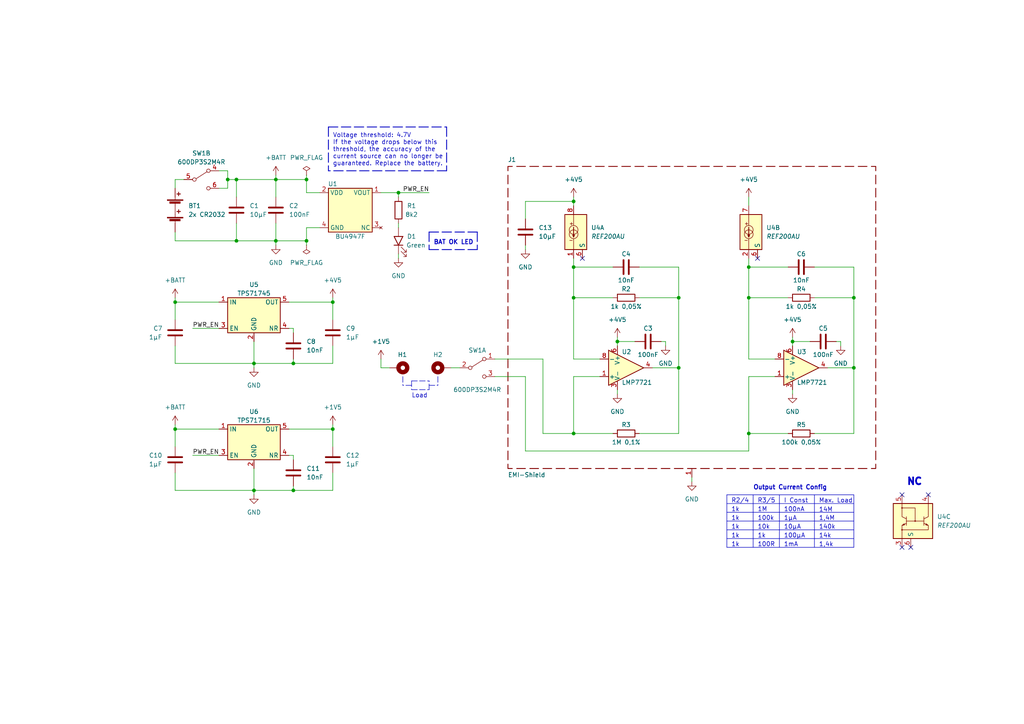
<source format=kicad_sch>
(kicad_sch (version 20250114) (generator "eeschema") (generator_version "9.0")
  (paper "A4")
  (title_block (title "Precision Current Source") (date "2021-11-10") (rev "A") (company "Drawn by: T.Netzer") (comment 2 "Battery voltage monitoring with LED indicator") (comment 3 "Two configurable constant currents") (comment 4 "- Precision constant current source -"))
  (lib_symbols
    (symbol "EMI_Shield_1" (pin_names (offset 1.016) (hide yes))
      (property "Reference" "J" (at 1.27 90.17 0))
      (property "Value" "EMI_Shield_1" (at 7.62 90.17 0))
      (symbol "EMI_Shield_1_1_1"
        (pin passive line (at 53.34 -2.54 90) (length 2.54) (name "Shield") (number "1"))
      )
    )
    (symbol "PrecisionCurrentSource:+4V5" (power) (pin_names (offset 0))
      (property "Value" "+4V5" (at 0 3.556 0))
      (symbol "+4V5_1_1"
        (pin power_in line (at 0 0 90) (length 0) (hide yes) (name "+4V5") (number "1"))
      )
    )
    (symbol "PrecisionCurrentSource:600DP3S2M4R" (pin_names (offset 0) (hide yes))
      (property "Reference" "SW" (at 0 4.318 0))
      (property "Value" "600DP3S2M4R" (at 0 -5.08 0))
      (symbol "600DP3S2M4R_1_1"
        (pin passive line (at -5.08 0 0) (length 2.54) (name "B") (number "2"))
        (pin passive line (at 5.08 2.54 180) (length 2.54) (name "A") (number "1"))
        (pin passive line (at 5.08 -2.54 180) (length 2.54) (name "C") (number "3"))
      )
      (symbol "600DP3S2M4R_2_1"
        (pin passive line (at -5.08 0 0) (length 2.54) (name "B") (number "5"))
        (pin passive line (at 5.08 2.54 180) (length 2.54) (name "A") (number "4"))
        (pin passive line (at 5.08 -2.54 180) (length 2.54) (name "C") (number "6"))
      )
    )
    (symbol "PrecisionCurrentSource:BU4947F"
      (property "Reference" "U" (at 1.27 13.97 0))
      (property "Value" "BU4947F" (at 3.81 -1.27 0))
      (symbol "BU4947F_0_0"
        (pin power_in line (at -2.54 11.43 0) (length 2.54) (name "VDD") (number "2"))
        (pin power_in line (at -2.54 1.27 0) (length 2.54) (name "GND") (number "4"))
        (pin output line (at 15.24 11.43 180) (length 2.54) (name "VOUT") (number "1"))
        (pin no_connect line (at 15.24 1.27 180) (length 2.54) (name "NC") (number "3"))
      )
    )
    (symbol "PrecisionCurrentSource:Battery_Holder_1062" (pin_numbers (hide yes)) (pin_names (offset 0) (hide yes))
      (property "Reference" "BT" (at 2.54 2.54 0))
      (property "Value" "Battery_Holder_1062" (at 2.54 0 0))
      (symbol "Battery_Holder_1062_1_1"
        (pin passive line (at 0 10.16 270) (length 2.54) (name "+") (number "1"))
        (pin passive line (at 0 -2.54 90) (length 2.54) (name "-") (number "2"))
      )
    )
    (symbol "PrecisionCurrentSource:Capacitor_0402" (pin_numbers (hide yes)) (pin_names (hide yes))
      (property "Reference" "C" (at 3.81 1.27 0))
      (property "Value" "Capacitor_0402" (at 10.16 -2.54 0))
      (symbol "Capacitor_0402_1_1"
        (pin passive line (at 0 3.81 270) (length 2.794) (name "~") (number "1"))
        (pin passive line (at 0 -3.81 90) (length 2.794) (name "~") (number "2"))
      )
    )
    (symbol "PrecisionCurrentSource:Capacitor_0603" (pin_numbers (hide yes)) (pin_names (hide yes))
      (property "Reference" "C" (at 3.81 1.27 0))
      (property "Value" "Capacitor_0603" (at 10.16 -2.54 0))
      (symbol "Capacitor_0603_1_1"
        (pin passive line (at 0 3.81 270) (length 2.794) (name "~") (number "1"))
        (pin passive line (at 0 -3.81 90) (length 2.794) (name "~") (number "2"))
      )
    )
    (symbol "PrecisionCurrentSource:LED_0402" (pin_numbers (hide yes)) (pin_names (offset 1.016) (hide yes))
      (property "Reference" "D" (at 0 2.54 0))
      (property "Value" "LED_0402" (at 2.54 -2.54 0))
      (symbol "LED_0402_1_1"
        (pin passive line (at -3.81 0 0) (length 2.54) (name "K") (number "1"))
        (pin passive line (at 3.81 0 180) (length 2.54) (name "A") (number "2"))
      )
    )
    (symbol "PrecisionCurrentSource:LMP7721" (pin_names (offset 0.127))
      (property "Reference" "U" (at 0 3.81 0))
      (property "Value" "LMP7721" (at 0 -3.81 0))
      (symbol "LMP7721_1_1"
        (pin input line (at -7.62 2.54 0) (length 2.54) (name "-") (number "8"))
        (pin input line (at -7.62 -2.54 0) (length 2.54) (name "+") (number "1"))
        (pin power_in line (at -2.54 6.35 270) (length 2.54) (name "V+") (number "6"))
        (pin power_in line (at -2.54 -6.35 90) (length 2.54) (name "V-") (number "3"))
        (pin output line (at 7.62 0 180) (length 2.54) (name "~") (number "4"))
        (pin no_connect line (at 11.43 10.16 0) (length 2.54) (hide yes) (name "NC") (number "5"))
        (pin no_connect line (at 11.43 7.62 0) (length 2.54) (hide yes) (name "NC") (number "2"))
        (pin no_connect line (at 11.43 5.08 0) (length 2.54) (hide yes) (name "NC") (number "7"))
      )
    )
    (symbol "PrecisionCurrentSource:MountingHole" (pin_numbers (hide yes)) (pin_names (offset 1.016) (hide yes))
      (property "Reference" "H" (at 0 6.35 0))
      (property "Value" "MountingHole" (at 0 4.445 0))
      (symbol "MountingHole_1_1"
        (pin input line (at 0 -2.54 90) (length 2.54) (name "1") (number "1"))
      )
    )
    (symbol "PrecisionCurrentSource:REF200AU"
      (property "Reference" "U" (at -3.175 4.445 0))
      (property "Value" "REF200AU" (at -3.175 2.54 0))
      (symbol "REF200AU_0_1"
        (pin passive line (at 2.54 -7.62 90) (length 2.54) (name "S") (number "6"))
      )
      (symbol "REF200AU_1_1"
        (pin passive line (at 0 7.62 270) (length 2.54) (name "~") (number "8"))
        (pin passive line (at 0 -7.62 90) (length 2.54) (name "~") (number "1"))
      )
      (symbol "REF200AU_2_1"
        (pin passive line (at 0 7.62 270) (length 2.54) (name "~") (number "7"))
        (pin passive line (at 0 -7.62 90) (length 2.54) (name "~") (number "2"))
      )
      (symbol "REF200AU_3_1"
        (pin passive line (at 0 7.62 270) (length 2.54) (name "~") (number "5"))
        (pin passive line (at 0 -7.62 90) (length 2.54) (name "~") (number "3"))
        (pin passive line (at 7.62 7.62 270) (length 2.54) (name "~") (number "4"))
      )
    )
    (symbol "PrecisionCurrentSource:Resistor_0402" (pin_numbers (hide yes)) (pin_names (offset 0) (hide yes))
      (property "Reference" "R" (at 2.54 0 0))
      (property "Value" "Resistor_0402" (at 8.89 -2.54 0))
      (symbol "Resistor_0402_1_1"
        (pin passive line (at 0 3.81 270) (length 1.27) (name "~") (number "1"))
        (pin passive line (at 0 -3.81 90) (length 1.27) (name "~") (number "2"))
      )
    )
    (symbol "PrecisionCurrentSource:TPS71715"
      (property "Reference" "U" (at 1.27 11.43 0))
      (property "Value" "TPS71715" (at 13.97 -2.54 0))
      (symbol "TPS71715_0_0"
        (pin power_in line (at -2.54 8.89 0) (length 2.54) (name "IN") (number "1"))
        (pin input line (at -2.54 1.27 0) (length 2.54) (name "EN") (number "3"))
        (pin power_in line (at 7.62 -2.54 90) (length 2.54) (name "GND") (number "2"))
        (pin power_out line (at 17.78 8.89 180) (length 2.54) (name "OUT") (number "5"))
        (pin passive line (at 17.78 1.27 180) (length 2.54) (name "NR") (number "4"))
      )
    )
    (symbol "PrecisionCurrentSource:TPS71745"
      (property "Reference" "U" (at 1.27 11.43 0))
      (property "Value" "TPS71745" (at 13.97 -2.54 0))
      (symbol "TPS71745_0_0"
        (pin power_in line (at -2.54 8.89 0) (length 2.54) (name "IN") (number "1"))
        (pin input line (at -2.54 1.27 0) (length 2.54) (name "EN") (number "3"))
        (pin power_in line (at 7.62 -2.54 90) (length 2.54) (name "GND") (number "2"))
        (pin power_out line (at 17.78 8.89 180) (length 2.54) (name "OUT") (number "5"))
        (pin passive line (at 17.78 1.27 180) (length 2.54) (name "NR") (number "4"))
      )
    )
    (symbol "power:+1V5" (power) (pin_names (offset 0))
      (property "Value" "+1V5" (at 0 3.556 0))
      (symbol "+1V5_1_1"
        (pin power_in line (at 0 0 90) (length 0) (hide yes) (name "+1V5") (number "1"))
      )
    )
    (symbol "power:+BATT" (power) (pin_names (offset 0))
      (property "Value" "+BATT" (at 0 3.556 0))
      (symbol "+BATT_1_1"
        (pin power_in line (at 0 0 90) (length 0) (hide yes) (name "+BATT") (number "1"))
      )
    )
    (symbol "power:GND" (power) (pin_names (offset 0))
      (property "Value" "GND" (at 0 -3.81 0))
      (symbol "GND_1_1"
        (pin power_in line (at 0 0 270) (length 0) (hide yes) (name "GND") (number "1"))
      )
    )
    (symbol "power:PWR_FLAG" (power) (pin_numbers (hide yes)) (pin_names (offset 0) (hide yes))
      (property "Value" "PWR_FLAG" (at 0 3.81 0))
      (symbol "PWR_FLAG_0_0"
        (pin power_out line (at 0 0 90) (length 0) (name "pwr") (number "1"))
      )
    )
  )
  (text "1k" (at 212.09 156.21 0) (effects (font (size 1.27 1.27)) (justify left bottom)))
  (text "14k" (at 237.49 156.21 0) (effects (font (size 1.27 1.27)) (justify left bottom)))
  (text "1k" (at 212.09 153.67 0) (effects (font (size 1.27 1.27)) (justify left bottom)))
  (text "1µA" (at 227.33 151.13 0) (effects (font (size 1.27 1.27)) (justify left bottom)))
  (text "1k" (at 219.71 156.21 0) (effects (font (size 1.27 1.27)) (justify left bottom)))
  (text "R2/4" (at 212.09 146.05 0) (effects (font (size 1.27 1.27)) (justify left bottom)))
  (text "1,4k" (at 237.49 158.75 0) (effects (font (size 1.27 1.27)) (justify left bottom)))
  (text "100k" (at 219.71 151.13 0) (effects (font (size 1.27 1.27)) (justify left bottom)))
  (text "Voltage threshold: 4.7V\nIf the voltage drops below this\nthreshold, the accuracy of the\ncurrent source can no longer be\nguaranteed. Replace the battery." (at 96.52 48.26 0) (effects (font (size 1.27 1.27)) (justify left bottom)))
  (text "1mA" (at 227.33 158.75 0) (effects (font (size 1.27 1.27)) (justify left bottom)))
  (text "1,4M" (at 237.49 151.13 0) (effects (font (size 1.27 1.27)) (justify left bottom)))
  (text "100nA" (at 227.33 148.59 0) (effects (font (size 1.27 1.27)) (justify left bottom)))
  (text "1k" (at 212.09 148.59 0) (effects (font (size 1.27 1.27)) (justify left bottom)))
  (text "Load" (at 119.38 115.57 0) (effects (font (size 1.27 1.27)) (justify left bottom)))
  (text "100µA" (at 227.33 156.21 0) (effects (font (size 1.27 1.27)) (justify left bottom)))
  (text "1k" (at 212.09 151.13 0) (effects (font (size 1.27 1.27)) (justify left bottom)))
  (text "10µA" (at 227.33 153.67 0) (effects (font (size 1.27 1.27)) (justify left bottom)))
  (text "I Const" (at 227.33 146.05 0) (effects (font (size 1.27 1.27)) (justify left bottom)))
  (text "10k" (at 219.71 153.67 0) (effects (font (size 1.27 1.27)) (justify left bottom)))
  (text "Output Current Config" (at 218.44 142.24 0) (effects (font (size 1.27 1.27) (thickness 0.254) (bold yes)) (justify left bottom)))
  (text "NC" (at 262.89 140.97 0) (effects (font (size 2 2) (thickness 0.6) (bold yes)) (justify left bottom)))
  (text "14M" (at 237.49 148.6863 0) (effects (font (size 1.27 1.27)) (justify left bottom)))
  (text "1k" (at 212.09 158.75 0) (effects (font (size 1.27 1.27)) (justify left bottom)))
  (text "BAT OK LED" (at 125.73 71.12 0) (effects (font (size 1.27 1.27) (thickness 0.254) (bold yes)) (justify left bottom)))
  (text "140k" (at 237.49 153.67 0) (effects (font (size 1.27 1.27)) (justify left bottom)))
  (text "100R" (at 219.71 158.75 0) (effects (font (size 1.27 1.27)) (justify left bottom)))
  (text "R3/5" (at 219.71 146.05 0) (effects (font (size 1.27 1.27)) (justify left bottom)))
  (text "Max. Load" (at 237.49 146.05 0) (effects (font (size 1.27 1.27)) (justify left bottom)))
  (text "1M" (at 219.71 148.59 0) (effects (font (size 1.27 1.27)) (justify left bottom)))
  (junction (at 50.8 87.63))
  (junction (at 196.85 106.68))
  (junction (at 88.9 69.85))
  (junction (at 166.37 86.36))
  (junction (at 73.66 105.41))
  (junction (at 166.37 77.47))
  (junction (at 115.57 55.88))
  (junction (at 166.37 125.73))
  (junction (at 217.17 77.47))
  (junction (at 66.04 52.07))
  (junction (at 179.07 99.06))
  (junction (at 229.87 99.06))
  (junction (at 247.65 106.68))
  (junction (at 80.01 69.85))
  (junction (at 96.52 124.46))
  (junction (at 96.52 87.63))
  (junction (at 80.01 52.07))
  (junction (at 50.8 124.46))
  (junction (at 85.09 142.24))
  (junction (at 68.58 52.07))
  (junction (at 247.65 86.36))
  (junction (at 217.17 86.36))
  (junction (at 88.9 52.07))
  (junction (at 68.58 69.85))
  (junction (at 166.37 58.42))
  (junction (at 73.66 142.24))
  (junction (at 196.85 86.36))
  (junction (at 217.17 125.73))
  (junction (at 85.09 105.41))
  (no_connect (at 261.62 143.51))
  (no_connect (at 261.62 158.75))
  (no_connect (at 264.16 158.75))
  (no_connect (at 269.24 143.51))
  (no_connect (at 168.91 74.93))
  (no_connect (at 219.71 74.93))
  (wire (pts (xy 96.52 137.16) (xy 96.52 142.24)))
  (wire (pts (xy 96.52 142.24) (xy 85.09 142.24)))
  (wire (pts (xy 179.07 113.03) (xy 179.07 114.3)))
  (wire (pts (xy 85.09 140.97) (xy 85.09 142.24)))
  (wire (pts (xy 143.51 104.14) (xy 157.48 104.14)))
  (wire (pts (xy 157.48 104.14) (xy 157.48 125.73)))
  (wire (pts (xy 157.48 125.73) (xy 166.37 125.73)))
  (wire (pts (xy 88.9 52.07) (xy 88.9 55.88)))
  (wire (pts (xy 88.9 55.88) (xy 92.71 55.88)))
  (wire (pts (xy 80.01 52.07) (xy 80.01 57.15)))
  (wire (pts (xy 80.01 52.07) (xy 88.9 52.07)))
  (wire (pts (xy 130.81 106.68) (xy 133.35 106.68)))
  (wire (pts (xy 152.4 58.42) (xy 166.37 58.42)))
  (wire (pts (xy 152.4 63.5) (xy 152.4 58.42)))
  (wire (pts (xy 217.17 57.15) (xy 217.17 59.69)))
  (wire (pts (xy 96.52 100.33) (xy 96.52 105.41)))
  (wire (pts (xy 96.52 105.41) (xy 85.09 105.41)))
  (wire (pts (xy 50.8 86.36) (xy 50.8 87.63)))
  (wire (pts (xy 88.9 69.85) (xy 88.9 71.12)))
  (wire (pts (xy 185.42 86.36) (xy 196.85 86.36)))
  (polyline (pts (xy 95.25 36.83) (xy 95.25 49.53)) (stroke (width 0.25) (type dash)))
  (polyline (pts (xy 95.25 36.83) (xy 129.54 36.83)) (stroke (width 0.25) (type dash)))
  (polyline (pts (xy 129.54 36.83) (xy 129.54 49.53)) (stroke (width 0.25) (type dash)))
  (polyline (pts (xy 129.54 49.53) (xy 95.25 49.53)) (stroke (width 0.25) (type dash)))
  (polyline (pts (xy 210.82 158.75) (xy 247.65 158.75)) (stroke (width 0) (type solid)))
  (wire (pts (xy 83.82 132.08) (xy 85.09 132.08)))
  (wire (pts (xy 191.77 99.06) (xy 193.04 99.06)))
  (wire (pts (xy 193.04 99.06) (xy 193.04 100.33)))
  (wire (pts (xy 177.8 125.73) (xy 166.37 125.73)))
  (wire (pts (xy 240.03 106.68) (xy 247.65 106.68)))
  (wire (pts (xy 110.49 104.14) (xy 110.49 106.68)))
  (wire (pts (xy 80.01 50.8) (xy 80.01 52.07)))
  (wire (pts (xy 152.4 72.39) (xy 152.4 71.12)))
  (wire (pts (xy 96.52 124.46) (xy 83.82 124.46)))
  (wire (pts (xy 96.52 129.54) (xy 96.52 124.46)))
  (wire (pts (xy 73.66 142.24) (xy 73.66 143.51)))
  (polyline (pts (xy 226.06 143.51) (xy 226.06 158.75)) (stroke (width 0) (type solid)))
  (wire (pts (xy 217.17 109.22) (xy 217.17 125.73)))
  (wire (pts (xy 115.57 55.88) (xy 124.46 55.88)))
  (polyline (pts (xy 210.82 151.13) (xy 247.65 151.13)) (stroke (width 0) (type solid)))
  (polyline (pts (xy 247.65 143.51) (xy 247.65 158.75)) (stroke (width 0) (type solid)))
  (wire (pts (xy 217.17 104.14) (xy 217.17 86.36)))
  (wire (pts (xy 166.37 86.36) (xy 177.8 86.36)))
  (polyline (pts (xy 210.82 143.51) (xy 210.82 158.75)) (stroke (width 0) (type solid)))
  (wire (pts (xy 229.87 99.06) (xy 229.87 100.33)))
  (wire (pts (xy 50.8 87.63) (xy 63.5 87.63)))
  (wire (pts (xy 50.8 92.71) (xy 50.8 87.63)))
  (wire (pts (xy 68.58 64.77) (xy 68.58 69.85)))
  (wire (pts (xy 66.04 52.07) (xy 68.58 52.07)))
  (polyline (pts (xy 119.38 110.49) (xy 119.38 113.03)) (stroke (width 0) (type dash)))
  (polyline (pts (xy 119.38 110.49) (xy 124.46 110.49)) (stroke (width 0) (type dash)))
  (polyline (pts (xy 119.38 113.03) (xy 124.46 113.03)) (stroke (width 0) (type dash)))
  (polyline (pts (xy 124.46 113.03) (xy 124.46 110.49)) (stroke (width 0) (type dash)))
  (wire (pts (xy 80.01 64.77) (xy 80.01 69.85)))
  (wire (pts (xy 228.6 125.73) (xy 217.17 125.73)))
  (wire (pts (xy 166.37 57.15) (xy 166.37 58.42)))
  (wire (pts (xy 166.37 58.42) (xy 166.37 59.69)))
  (wire (pts (xy 143.51 109.22) (xy 152.4 109.22)))
  (wire (pts (xy 152.4 109.22) (xy 152.4 130.81)))
  (wire (pts (xy 152.4 130.81) (xy 217.17 130.81)))
  (wire (pts (xy 217.17 130.81) (xy 217.17 125.73)))
  (wire (pts (xy 50.8 123.19) (xy 50.8 124.46)))
  (wire (pts (xy 166.37 77.47) (xy 177.8 77.47)))
  (wire (pts (xy 166.37 86.36) (xy 166.37 77.47)))
  (wire (pts (xy 166.37 104.14) (xy 166.37 86.36)))
  (wire (pts (xy 173.99 104.14) (xy 166.37 104.14)))
  (wire (pts (xy 217.17 74.93) (xy 217.17 77.47)))
  (wire (pts (xy 96.52 87.63) (xy 83.82 87.63)))
  (wire (pts (xy 96.52 92.71) (xy 96.52 87.63)))
  (wire (pts (xy 166.37 109.22) (xy 166.37 125.73)))
  (wire (pts (xy 173.99 109.22) (xy 166.37 109.22)))
  (wire (pts (xy 179.07 97.79) (xy 179.07 99.06)))
  (wire (pts (xy 179.07 99.06) (xy 179.07 100.33)))
  (polyline (pts (xy 124.46 111.76) (xy 127 111.76)) (stroke (width 0) (type dash)))
  (polyline (pts (xy 127 109.22) (xy 127 111.76)) (stroke (width 0) (type dash)))
  (wire (pts (xy 247.65 77.47) (xy 236.22 77.47)))
  (wire (pts (xy 217.17 86.36) (xy 217.17 77.47)))
  (polyline (pts (xy 210.82 148.59) (xy 247.65 148.59)) (stroke (width 0) (type solid)))
  (wire (pts (xy 229.87 113.03) (xy 229.87 114.3)))
  (wire (pts (xy 200.66 139.7) (xy 200.66 138.43)))
  (wire (pts (xy 88.9 50.8) (xy 88.9 52.07)))
  (wire (pts (xy 50.8 100.33) (xy 50.8 105.41)))
  (wire (pts (xy 50.8 105.41) (xy 73.66 105.41)))
  (wire (pts (xy 73.66 135.89) (xy 73.66 142.24)))
  (polyline (pts (xy 210.82 143.51) (xy 236.22 143.51)) (stroke (width 0) (type solid)))
  (wire (pts (xy 115.57 74.93) (xy 115.57 73.66)))
  (wire (pts (xy 73.66 99.06) (xy 73.66 105.41)))
  (wire (pts (xy 73.66 105.41) (xy 73.66 106.68)))
  (wire (pts (xy 96.52 123.19) (xy 96.52 124.46)))
  (wire (pts (xy 50.8 52.07) (xy 50.8 54.61)))
  (wire (pts (xy 50.8 52.07) (xy 53.34 52.07)))
  (wire (pts (xy 229.87 99.06) (xy 234.95 99.06)))
  (wire (pts (xy 110.49 55.88) (xy 115.57 55.88)))
  (wire (pts (xy 110.49 106.68) (xy 113.03 106.68)))
  (wire (pts (xy 83.82 95.25) (xy 85.09 95.25)))
  (wire (pts (xy 85.09 95.25) (xy 85.09 96.52)))
  (wire (pts (xy 166.37 74.93) (xy 166.37 77.47)))
  (wire (pts (xy 224.79 109.22) (xy 217.17 109.22)))
  (wire (pts (xy 55.88 95.25) (xy 63.5 95.25)))
  (polyline (pts (xy 210.82 146.05) (xy 247.65 146.05)) (stroke (width 0) (type solid)))
  (wire (pts (xy 217.17 86.36) (xy 228.6 86.36)))
  (wire (pts (xy 217.17 77.47) (xy 228.6 77.47)))
  (wire (pts (xy 242.57 99.06) (xy 243.84 99.06)))
  (wire (pts (xy 50.8 124.46) (xy 63.5 124.46)))
  (wire (pts (xy 50.8 129.54) (xy 50.8 124.46)))
  (wire (pts (xy 179.07 99.06) (xy 184.15 99.06)))
  (polyline (pts (xy 236.22 143.51) (xy 247.65 143.51)) (stroke (width 0) (type solid)))
  (polyline (pts (xy 236.22 143.51) (xy 236.22 158.75)) (stroke (width 0) (type solid)))
  (polyline (pts (xy 218.44 143.51) (xy 218.44 158.75)) (stroke (width 0) (type solid)))
  (polyline (pts (xy 124.46 67.31) (xy 124.46 72.39)) (stroke (width 0.25) (type dash)))
  (wire (pts (xy 55.88 132.08) (xy 63.5 132.08)))
  (wire (pts (xy 96.52 86.36) (xy 96.52 87.63)))
  (polyline (pts (xy 210.82 153.67) (xy 247.65 153.67)) (stroke (width 0) (type solid)))
  (wire (pts (xy 224.79 104.14) (xy 217.17 104.14)))
  (wire (pts (xy 68.58 52.07) (xy 68.58 57.15)))
  (wire (pts (xy 68.58 52.07) (xy 80.01 52.07)))
  (wire (pts (xy 50.8 69.85) (xy 68.58 69.85)))
  (wire (pts (xy 68.58 69.85) (xy 80.01 69.85)))
  (wire (pts (xy 80.01 69.85) (xy 80.01 71.12)))
  (wire (pts (xy 80.01 69.85) (xy 88.9 69.85)))
  (wire (pts (xy 88.9 66.04) (xy 88.9 69.85)))
  (wire (pts (xy 92.71 66.04) (xy 88.9 66.04)))
  (wire (pts (xy 85.09 104.14) (xy 85.09 105.41)))
  (wire (pts (xy 85.09 105.41) (xy 73.66 105.41)))
  (wire (pts (xy 229.87 97.79) (xy 229.87 99.06)))
  (polyline (pts (xy 116.84 109.22) (xy 116.84 111.76)) (stroke (width 0) (type dash)))
  (polyline (pts (xy 119.38 111.76) (xy 116.84 111.76)) (stroke (width 0) (type dash)))
  (polyline (pts (xy 138.43 67.31) (xy 138.43 72.39)) (stroke (width 0.25) (type dash)))
  (polyline (pts (xy 124.46 67.31) (xy 138.43 67.31)) (stroke (width 0.25) (type dash)))
  (wire (pts (xy 115.57 66.04) (xy 115.57 64.77)))
  (wire (pts (xy 247.65 86.36) (xy 247.65 77.47)))
  (wire (pts (xy 50.8 67.31) (xy 50.8 69.85)))
  (polyline (pts (xy 210.82 156.21) (xy 247.65 156.21)) (stroke (width 0) (type solid)))
  (wire (pts (xy 236.22 86.36) (xy 247.65 86.36)))
  (wire (pts (xy 50.8 137.16) (xy 50.8 142.24)))
  (wire (pts (xy 50.8 142.24) (xy 73.66 142.24)))
  (wire (pts (xy 247.65 106.68) (xy 247.65 86.36)))
  (wire (pts (xy 185.42 125.73) (xy 196.85 125.73)))
  (wire (pts (xy 196.85 125.73) (xy 196.85 106.68)))
  (wire (pts (xy 247.65 125.73) (xy 247.65 106.68)))
  (wire (pts (xy 243.84 99.06) (xy 243.84 100.33)))
  (wire (pts (xy 85.09 142.24) (xy 73.66 142.24)))
  (wire (pts (xy 63.5 54.61) (xy 66.04 54.61)))
  (wire (pts (xy 66.04 49.53) (xy 63.5 49.53)))
  (wire (pts (xy 66.04 52.07) (xy 66.04 49.53)))
  (wire (pts (xy 66.04 54.61) (xy 66.04 52.07)))
  (wire (pts (xy 85.09 132.08) (xy 85.09 133.35)))
  (wire (pts (xy 115.57 57.15) (xy 115.57 55.88)))
  (polyline (pts (xy 124.46 72.39) (xy 138.43 72.39)) (stroke (width 0.25) (type dash)))
  (wire (pts (xy 236.22 125.73) (xy 247.65 125.73)))
  (wire (pts (xy 189.23 106.68) (xy 196.85 106.68)))
  (wire (pts (xy 196.85 77.47) (xy 185.42 77.47)))
  (wire (pts (xy 196.85 86.36) (xy 196.85 77.47)))
  (wire (pts (xy 196.85 106.68) (xy 196.85 86.36)))
  (label "PWR_EN" (at 55.88 95.25 0))
  (label "PWR_EN" (at 55.88 132.08 0))
  (label "PWR_EN" (at 124.46 55.88 180))
  (symbol (lib_id "power:GND") (at 152.4 72.39 0) (unit 1)
    (property "Reference" "#PWR0119" (effects (hide yes)))
    (property "Value" "GND" (at 152.4 77.47 0))
  )
  (symbol (lib_id "PrecisionCurrentSource:REF200AU") (at 261.62 151.13 0) (unit 3)
    (property "Reference" "U4" (at 271.78 149.8599 0) (effects (justify left)))
    (property "Value" "REF200AU" (at 271.78 152.3999 0) (effects (font (italic yes)) (justify left)))
    (property "Footprint" "PrecisionCurrentSource:SOIC-8" (effects (hide yes)))
    (property "Datasheet" "https://www.ti.com/lit/ds/symlink/ref200.pdf?ts=1633768165003&ref_url=https%253A%252F%252Fwww.ti.com%252Fproduct%252FREF200" (effects (hide yes)))
    (property "Beschreibung" "Strom- und Leistungswächter und -regler Dual Current Source Current Sink" (effects (hide yes)))
    (property "Hersteller" "Texas Instruments" (effects (hide yes)))
    (property "Hersteller-Nr." "REF200AU" (effects (hide yes)))
    (property "Lieferant" "Mouser" (effects (hide yes)))
    (property "Lieferant-Nr." "595-REF200AU" (effects (hide yes)))
  )
  (symbol (lib_id "power:GND") (at 243.84 100.33 0) (unit 1)
    (property "Reference" "#PWR0111" (effects (hide yes)))
    (property "Value" "GND" (at 243.84 105.41 0))
  )
  (symbol (lib_id "PrecisionCurrentSource:Capacitor_0402") (at 187.96 99.06 90) (unit 1)
    (property "Reference" "C3" (at 187.96 95.25 90))
    (property "Value" "100nF" (at 187.96 102.87 90))
    (property "Footprint" "PrecisionCurrentSource:Capacitor_0402" (effects (hide yes)))
    (property "Beschreibung" "100nF-20%-0402-X7R-25V" (effects (hide yes)))
    (property "Hersteller" "Kemet" (effects (hide yes)))
    (property "Hersteller-Nr." "C0402C104M3RACTU" (effects (hide yes)))
    (property "Lieferant" "Mouser" (effects (hide yes)))
    (property "Lieferant-Nr." "80-C0402C104M3R" (effects (hide yes)))
  )
  (symbol (lib_id "PrecisionCurrentSource:Capacitor_0603") (at 50.8 96.52 0) (unit 1)
    (property "Reference" "C7" (at 44.45 95.2499 0) (effects (justify left)))
    (property "Value" "1µF" (at 43.18 97.7899 0) (effects (justify left)))
    (property "Footprint" "PrecisionCurrentSource:Capacitor_0603" (effects (hide yes)))
    (property "Beschreibung" "1µF-10%-0603-X7R-25V" (effects (hide yes)))
    (property "Hersteller" "Kemet" (effects (hide yes)))
    (property "Hersteller-Nr." "C0603C105K3RACTU	" (effects (hide yes)))
    (property "Lieferant" "Mouser" (effects (hide yes)))
    (property "Lieferant-Nr." "80-C0603C105K3R	" (effects (hide yes)))
  )
  (symbol (lib_id "PrecisionCurrentSource:LMP7721") (at 232.41 106.68 0) (unit 1)
    (property "Reference" "U3" (at 231.14 102.0444 0) (effects (justify left)))
    (property "Value" "LMP7721" (at 231.14 110.9344 0) (effects (justify left)))
    (property "Footprint" "PrecisionCurrentSource:SOIC-8" (effects (hide yes)))
    (property "Datasheet" "https://www.ti.com/lit/ds/symlink/lmp7721.pdf?HQS=dis-mous-null-mousermode-dsf-pf-null-wwe&ts=1633781774392&ref_url=https%253A%252F%252Fwww.mouser.de%252F" (effects (hide yes)))
    (property "Beschreibung" "Präzisionsverstärker 3 FEMTOAMPERE INPUT BIAS CURR PREC AMP" (effects (hide yes)))
    (property "Hersteller" "Texas Instruments" (effects (hide yes)))
    (property "Hersteller-Nr." "LMP7721MA/NOPB" (effects (hide yes)))
    (property "Lieferant" "Mouser" (effects (hide yes)))
    (property "Lieferant-Nr." "926-LMP7721MA/NOPB" (effects (hide yes)))
  )
  (symbol (lib_id "PrecisionCurrentSource:+4V5") (at 96.52 86.36 0) (unit 1)
    (property "Reference" "#PWR0113" (effects (hide yes)))
    (property "Value" "+4V5" (at 96.52 81.28 0))
  )
  (symbol (lib_id "power:GND") (at 73.66 143.51 0) (unit 1)
    (property "Reference" "#PWR0110" (effects (hide yes)))
    (property "Value" "GND" (at 73.66 148.59 0))
  )
  (symbol (lib_id "PrecisionCurrentSource:MountingHole") (at 115.57 106.68 270) (unit 1)
    (property "Reference" "H1" (at 118.11 102.87 90) (effects (justify right)))
    (property "Value" "MountingHole" (effects (hide yes)))
    (property "Footprint" "PrecisionCurrentSource:MountingHole" (effects (hide yes)))
  )
  (symbol (lib_name "EMI_Shield_1") (lib_id "PrecisionCurrentSource:EMI_Shield") (at 147.32 135.89 0) (unit 1)
    (property "Reference" "J1" (at 147.32 46.2914 0) (effects (justify left)))
    (property "Value" "EMI-Shield" (at 147.32 137.7314 0) (effects (justify left)))
    (property "Footprint" "PrecisionCurrentSource:Wuerth_36103205_20x20mm" (effects (hide yes)))
    (property "Datasheet" "https://www.mouser.de/datasheet/2/445/36103205-1716387.pdf" (effects (hide yes)))
    (property "Beschreibung" "EMI Gaskets, Sheets, Absorbers & Shielding WE-SHC SMD Frame 21x21mm" (effects (hide yes)))
    (property "Hersteller" "Würth Elektronik" (effects (hide yes)))
    (property "Hersteller-Nr." "36103205" (effects (hide yes)))
    (property "Lieferant" "Mouser" (effects (hide yes)))
    (property "Lieferant-Nr." "710-36103205" (effects (hide yes)))
  )
  (symbol (lib_id "PrecisionCurrentSource:TPS71715") (at 66.04 133.35 0) (unit 1)
    (property "Reference" "U6" (at 73.66 119.38 0))
    (property "Value" "TPS71715" (at 73.66 121.92 0))
    (property "Footprint" "PrecisionCurrentSource:SC70-5" (effects (hide yes)))
    (property "Datasheet" "https://www.ti.com/lit/ds/symlink/tps717.pdf?HQS=dis-mous-null-mousermode-dsf-pf-null-wwe&ts=1636293424450&ref_url=https%253A%252F%252Fwww.mouser.de%252F" (effects (hide yes)))
    (property "Beschreibung" "LDO Spannungs-Regulator LN High-BW PSRR 150mA" (effects (hide yes)))
    (property "Hersteller" "Texas Instruments" (effects (hide yes)))
    (property "Hersteller-Nr." "TPS71715DCKT" (effects (hide yes)))
    (property "Lieferant" "Mouser" (effects (hide yes)))
    (property "Lieferant-Nr." "595-TPS71715DCKT" (effects (hide yes)))
  )
  (symbol (lib_id "PrecisionCurrentSource:Capacitor_0603") (at 96.52 96.52 0) (unit 1)
    (property "Reference" "C9" (at 100.33 95.2499 0) (effects (justify left)))
    (property "Value" "1µF" (at 100.33 97.7899 0) (effects (justify left)))
    (property "Footprint" "PrecisionCurrentSource:Capacitor_0603" (effects (hide yes)))
    (property "Beschreibung" "1µF-10%-0603-X7R-25V" (effects (hide yes)))
    (property "Hersteller" "Kemet" (effects (hide yes)))
    (property "Hersteller-Nr." "C0603C105K3RACTU	" (effects (hide yes)))
    (property "Lieferant" "Mouser" (effects (hide yes)))
    (property "Lieferant-Nr." "80-C0603C105K3R	" (effects (hide yes)))
  )
  (symbol (lib_id "PrecisionCurrentSource:REF200AU") (at 166.37 67.31 0) (unit 1)
    (property "Reference" "U4" (at 171.45 66.0399 0) (effects (justify left)))
    (property "Value" "REF200AU" (at 171.45 68.5799 0) (effects (font (italic yes)) (justify left)))
    (property "Footprint" "PrecisionCurrentSource:SOIC-8" (effects (hide yes)))
    (property "Datasheet" "https://www.ti.com/lit/ds/symlink/ref200.pdf?ts=1633768165003&ref_url=https%253A%252F%252Fwww.ti.com%252Fproduct%252FREF200" (effects (hide yes)))
    (property "Beschreibung" "Strom- und Leistungswächter und -regler Dual Current Source Current Sink" (effects (hide yes)))
    (property "Hersteller" "Texas Instruments" (effects (hide yes)))
    (property "Hersteller-Nr." "REF200AU" (effects (hide yes)))
    (property "Lieferant" "Mouser" (effects (hide yes)))
    (property "Lieferant-Nr." "595-REF200AU" (effects (hide yes)))
  )
  (symbol (lib_id "power:GND") (at 200.66 139.7 0) (unit 1)
    (property "Reference" "#PWR0120" (effects (hide yes)))
    (property "Value" "GND" (at 200.66 144.78 0))
  )
  (symbol (lib_id "power:GND") (at 179.07 114.3 0) (unit 1)
    (property "Reference" "#PWR0102" (effects (hide yes)))
    (property "Value" "GND" (at 179.07 119.38 0))
  )
  (symbol (lib_id "PrecisionCurrentSource:Battery_Holder_1062") (at 50.8 64.77 0) (unit 1)
    (property "Reference" "BT1" (at 54.61 59.6899 0) (effects (justify left)))
    (property "Value" "2x CR2032" (at 54.61 62.2299 0) (effects (justify left)))
    (property "Footprint" "PrecisionCurrentSource:Keystone_1062" (effects (hide yes)))
    (property "Datasheet" "https://eu.mouser.com/datasheet/2/215/1062-745917.pdf" (effects (hide yes)))
    (property "Beschreibung" "Coin Cell Battery Holders 2X20MM SMT COIN HOLDER" (effects (hide yes)))
    (property "Hersteller" "Keystone Electronics" (effects (hide yes)))
    (property "Hersteller-Nr." "1062" (effects (hide yes)))
    (property "Lieferant" "Mouser" (effects (hide yes)))
    (property "Lieferant-Nr." "534-1062" (effects (hide yes)))
  )
  (symbol (lib_id "PrecisionCurrentSource:Capacitor_0603") (at 50.8 133.35 0) (unit 1)
    (property "Reference" "C10" (at 43.18 132.0799 0) (effects (justify left)))
    (property "Value" "1µF" (at 43.18 134.6199 0) (effects (justify left)))
    (property "Footprint" "PrecisionCurrentSource:Capacitor_0603" (effects (hide yes)))
    (property "Beschreibung" "1µF-10%-0603-X7R-25V" (effects (hide yes)))
    (property "Hersteller" "Kemet" (effects (hide yes)))
    (property "Hersteller-Nr." "C0603C105K3RACTU	" (effects (hide yes)))
    (property "Lieferant" "Mouser" (effects (hide yes)))
    (property "Lieferant-Nr." "80-C0603C105K3R	" (effects (hide yes)))
  )
  (symbol (lib_id "power:+BATT") (at 50.8 86.36 0) (unit 1)
    (property "Reference" "#PWR0114" (effects (hide yes)))
    (property "Value" "+BATT" (at 50.8 81.28 0))
  )
  (symbol (lib_id "PrecisionCurrentSource:Capacitor_0603") (at 96.52 133.35 0) (unit 1)
    (property "Reference" "C12" (at 100.33 132.0799 0) (effects (justify left)))
    (property "Value" "1µF" (at 100.33 134.6199 0) (effects (justify left)))
    (property "Footprint" "PrecisionCurrentSource:Capacitor_0603" (effects (hide yes)))
    (property "Beschreibung" "1µF-10%-0603-X7R-25V" (effects (hide yes)))
    (property "Hersteller" "Kemet" (effects (hide yes)))
    (property "Hersteller-Nr." "C0603C105K3RACTU	" (effects (hide yes)))
    (property "Lieferant" "Mouser" (effects (hide yes)))
    (property "Lieferant-Nr." "80-C0603C105K3R	" (effects (hide yes)))
  )
  (symbol (lib_id "PrecisionCurrentSource:Capacitor_0603") (at 152.4 67.31 0) (unit 1)
    (property "Reference" "C13" (at 156.21 66.0399 0) (effects (justify left)))
    (property "Value" "10µF" (at 156.21 68.5799 0) (effects (justify left)))
    (property "Footprint" "PrecisionCurrentSource:Capacitor_0603" (effects (hide yes)))
    (property "Beschreibung" "10µF-20%-0603-X5R-10V" (effects (hide yes)))
    (property "Hersteller" "Kemet" (effects (hide yes)))
    (property "Hersteller-Nr." "C0603C106M8PACTU" (effects (hide yes)))
    (property "Lieferant" "Mouser" (effects (hide yes)))
    (property "Lieferant-Nr." "80-C0603C106M8PACTU" (effects (hide yes)))
  )
  (symbol (lib_id "PrecisionCurrentSource:+4V5") (at 229.87 97.79 0) (unit 1)
    (property "Reference" "#PWR0117" (effects (hide yes)))
    (property "Value" "+4V5" (at 229.87 92.71 0))
  )
  (symbol (lib_id "PrecisionCurrentSource:Capacitor_0402") (at 85.09 100.33 0) (unit 1)
    (property "Reference" "C8" (at 88.9 99.0599 0) (effects (justify left)))
    (property "Value" "10nF" (at 88.9 101.5999 0) (effects (justify left)))
    (property "Footprint" "PrecisionCurrentSource:Capacitor_0402" (effects (hide yes)))
    (property "Beschreibung" "10nF-10%-0402-X7R-50V" (effects (hide yes)))
    (property "Hersteller" "Kemet" (effects (hide yes)))
    (property "Hersteller-Nr." "C0402C103K5REC7411" (effects (hide yes)))
    (property "Lieferant" "Mouser" (effects (hide yes)))
    (property "Lieferant-Nr." "80-C0402C103K5RECLR" (effects (hide yes)))
  )
  (symbol (lib_id "power:GND") (at 193.04 100.33 0) (unit 1)
    (property "Reference" "#PWR0103" (effects (hide yes)))
    (property "Value" "GND" (at 193.04 105.41 0))
  )
  (symbol (lib_id "PrecisionCurrentSource:Capacitor_0402") (at 232.41 77.47 90) (unit 1)
    (property "Reference" "C6" (at 232.41 73.66 90))
    (property "Value" "10nF" (at 232.41 81.28 90))
    (property "Footprint" "PrecisionCurrentSource:Capacitor_0402" (effects (hide yes)))
    (property "Beschreibung" "10nF-10%-0402-X7R-50V" (effects (hide yes)))
    (property "Hersteller" "Kemet" (effects (hide yes)))
    (property "Hersteller-Nr." "C0402C103K5REC7411" (effects (hide yes)))
    (property "Lieferant" "Mouser" (effects (hide yes)))
    (property "Lieferant-Nr." "80-C0402C103K5RECLR" (effects (hide yes)))
  )
  (symbol (lib_id "PrecisionCurrentSource:Resistor_0402") (at 232.41 86.36 90) (unit 1)
    (property "Reference" "R4" (at 232.41 83.82 90))
    (property "Value" "1k 0,05%" (at 232.41 88.9 90))
    (property "Footprint" "PrecisionCurrentSource:Resistor_0402" (effects (hide yes)))
    (property "Beschreibung" "1k-0.05%-0402-62.5mW-5ppm" (effects (hide yes)))
    (property "Hersteller" "Susumu" (effects (hide yes)))
    (property "Hersteller-Nr." "RG1005V-102-W-T1" (effects (hide yes)))
    (property "Lieferant" "Mouser" (effects (hide yes)))
    (property "Lieferant-Nr." "754-RG1005V-102-WT1" (effects (hide yes)))
  )
  (symbol (lib_id "PrecisionCurrentSource:+4V5") (at 166.37 57.15 0) (unit 1)
    (property "Reference" "#PWR0116" (effects (hide yes)))
    (property "Value" "+4V5" (at 166.37 52.07 0))
  )
  (symbol (lib_id "PrecisionCurrentSource:Capacitor_0402") (at 238.76 99.06 90) (unit 1)
    (property "Reference" "C5" (at 238.76 95.25 90))
    (property "Value" "100nF" (at 238.76 102.87 90))
    (property "Footprint" "PrecisionCurrentSource:Capacitor_0402" (effects (hide yes)))
    (property "Beschreibung" "100nF-20%-0402-X7R-25V" (effects (hide yes)))
    (property "Hersteller" "Kemet" (effects (hide yes)))
    (property "Hersteller-Nr." "C0402C104M3RACTU" (effects (hide yes)))
    (property "Lieferant" "Mouser" (effects (hide yes)))
    (property "Lieferant-Nr." "80-C0402C104M3R" (effects (hide yes)))
  )
  (symbol (lib_id "power:GND") (at 73.66 106.68 0) (unit 1)
    (property "Reference" "#PWR0109" (effects (hide yes)))
    (property "Value" "GND" (at 73.66 111.76 0))
  )
  (symbol (lib_id "power:GND") (at 229.87 114.3 0) (unit 1)
    (property "Reference" "#PWR0101" (effects (hide yes)))
    (property "Value" "GND" (at 229.87 119.38 0))
  )
  (symbol (lib_id "power:+1V5") (at 110.49 104.14 0) (unit 1)
    (property "Reference" "#PWR0107" (effects (hide yes)))
    (property "Value" "+1V5" (at 110.49 99.06 0))
  )
  (symbol (lib_id "PrecisionCurrentSource:+4V5") (at 179.07 97.79 0) (unit 1)
    (property "Reference" "#PWR0115" (effects (hide yes)))
    (property "Value" "+4V5" (at 179.07 92.71 0))
  )
  (symbol (lib_id "power:+BATT") (at 80.01 50.8 0) (unit 1)
    (property "Reference" "#PWR0106" (effects (hide yes)))
    (property "Value" "+BATT" (at 80.01 45.72 0))
  )
  (symbol (lib_id "PrecisionCurrentSource:Capacitor_0402") (at 85.09 137.16 0) (unit 1)
    (property "Reference" "C11" (at 88.9 135.8899 0) (effects (justify left)))
    (property "Value" "10nF" (at 88.9 138.4299 0) (effects (justify left)))
    (property "Footprint" "PrecisionCurrentSource:Capacitor_0402" (effects (hide yes)))
    (property "Beschreibung" "10nF-10%-0402-X7R-50V" (effects (hide yes)))
    (property "Hersteller" "Kemet" (effects (hide yes)))
    (property "Hersteller-Nr." "C0402C103K5REC7411" (effects (hide yes)))
    (property "Lieferant" "Mouser" (effects (hide yes)))
    (property "Lieferant-Nr." "80-C0402C103K5RECLR" (effects (hide yes)))
  )
  (symbol (lib_id "power:+BATT") (at 50.8 123.19 0) (unit 1)
    (property "Reference" "#PWR0112" (effects (hide yes)))
    (property "Value" "+BATT" (at 50.8 118.11 0))
  )
  (symbol (lib_id "PrecisionCurrentSource:Capacitor_0402") (at 80.01 60.96 0) (unit 1)
    (property "Reference" "C2" (at 83.82 59.6899 0) (effects (justify left)))
    (property "Value" "100nF" (at 83.82 62.2299 0) (effects (justify left)))
    (property "Footprint" "PrecisionCurrentSource:Capacitor_0402" (effects (hide yes)))
    (property "Beschreibung" "100nF-20%-0402-X7R-25V" (effects (hide yes)))
    (property "Hersteller" "Kemet" (effects (hide yes)))
    (property "Hersteller-Nr." "C0402C104M3RACTU" (effects (hide yes)))
    (property "Lieferant" "Mouser" (effects (hide yes)))
    (property "Lieferant-Nr." "80-C0402C104M3R" (effects (hide yes)))
  )
  (symbol (lib_id "PrecisionCurrentSource:MountingHole") (at 128.27 106.68 90) (unit 1)
    (property "Reference" "H2" (at 127 102.87 90))
    (property "Value" "MountingHole" (effects (hide yes)))
    (property "Footprint" "PrecisionCurrentSource:MountingHole" (effects (hide yes)))
  )
  (symbol (lib_id "power:+1V5") (at 96.52 123.19 0) (unit 1)
    (property "Reference" "#PWR0104" (effects (hide yes)))
    (property "Value" "+1V5" (at 96.52 118.11 0))
  )
  (symbol (lib_id "PrecisionCurrentSource:LED_0402") (at 115.57 69.85 90) (unit 1)
    (property "Reference" "D1" (at 119.38 68.58 90))
    (property "Value" "Green" (at 120.65 71.12 90))
    (property "Footprint" "PrecisionCurrentSource:LED_0402" (effects (hide yes)))
    (property "Beschreibung" "LED Green 0402" (effects (hide yes)))
    (property "Hersteller" "Kingbright" (effects (hide yes)))
    (property "Hersteller-Nr." "APHHS1005ZGC" (effects (hide yes)))
    (property "Lieferant" "Mouser" (effects (hide yes)))
    (property "Lieferant-Nr." "604-APHHS1005ZGC" (effects (hide yes)))
  )
  (symbol (lib_id "PrecisionCurrentSource:Resistor_0402") (at 115.57 60.96 0) (unit 1)
    (property "Reference" "R1" (at 119.38 59.69 0))
    (property "Value" "8k2" (at 119.38 62.23 0))
    (property "Footprint" "PrecisionCurrentSource:Resistor_0402" (effects (hide yes)))
    (property "Beschreibung" "8k2-1%-0402-62.5mW-100ppm" (effects (hide yes)))
    (property "Hersteller" "Yageo" (effects (hide yes)))
    (property "Hersteller-Nr." "AC0402FR-138K2L" (effects (hide yes)))
    (property "Lieferant" "Mouser" (effects (hide yes)))
    (property "Lieferant-Nr." "603-AC0402FR-138K2L" (effects (hide yes)))
  )
  (symbol (lib_id "PrecisionCurrentSource:TPS71745") (at 66.04 96.52 0) (unit 1)
    (property "Reference" "U5" (at 73.66 82.55 0))
    (property "Value" "TPS71745" (at 73.66 85.09 0))
    (property "Footprint" "PrecisionCurrentSource:SC70-5" (effects (hide yes)))
    (property "Datasheet" "https://www.ti.com/general/docs/suppproductinfo.tsp?distId=26&gotoUrl=http%3A%2F%2Fwww.ti.com%2Flit%2Fgpn%2Ftps717-q1" (effects (hide yes)))
    (property "Beschreibung" "LDO Voltage Regulators AC SGL Out LDO 150mA Fixed High PSRR" (effects (hide yes)))
    (property "Hersteller" "Texas Instruments" (effects (hide yes)))
    (property "Hersteller-Nr." "TPS71745QDCKRQ1" (effects (hide yes)))
    (property "Lieferant" "Mouser" (effects (hide yes)))
    (property "Lieferant-Nr." "595-TPS71745QDCKRQ1" (effects (hide yes)))
  )
  (symbol (lib_id "power:PWR_FLAG") (at 88.9 71.12 180) (unit 1)
    (property "Reference" "#FLG0101" (effects (hide yes)))
    (property "Value" "PWR_FLAG" (at 88.9 76.2 0))
  )
  (symbol (lib_id "PrecisionCurrentSource:LMP7721") (at 181.61 106.68 0) (unit 1)
    (property "Reference" "U2" (at 180.34 102.0444 0) (effects (justify left)))
    (property "Value" "LMP7721" (at 180.34 110.9344 0) (effects (justify left)))
    (property "Footprint" "PrecisionCurrentSource:SOIC-8" (effects (hide yes)))
    (property "Datasheet" "https://www.ti.com/lit/ds/symlink/lmp7721.pdf?HQS=dis-mous-null-mousermode-dsf-pf-null-wwe&ts=1633781774392&ref_url=https%253A%252F%252Fwww.mouser.de%252F" (effects (hide yes)))
    (property "Beschreibung" "Präzisionsverstärker 3 FEMTOAMPERE INPUT BIAS CURR PREC AMP" (effects (hide yes)))
    (property "Hersteller" "Texas Instruments" (effects (hide yes)))
    (property "Hersteller-Nr." "LMP7721MA/NOPB" (effects (hide yes)))
    (property "Lieferant" "Mouser" (effects (hide yes)))
    (property "Lieferant-Nr." "926-LMP7721MA/NOPB" (effects (hide yes)))
  )
  (symbol (lib_id "power:GND") (at 115.57 74.93 0) (unit 1)
    (property "Reference" "#PWR0108" (effects (hide yes)))
    (property "Value" "GND" (at 115.57 80.01 0))
  )
  (symbol (lib_id "PrecisionCurrentSource:Resistor_0402") (at 181.61 125.73 90) (unit 1)
    (property "Reference" "R3" (at 181.61 123.19 90))
    (property "Value" "1M 0,1%" (at 181.61 128.27 90))
    (property "Footprint" "PrecisionCurrentSource:Resistor_0402" (effects (hide yes)))
    (property "Beschreibung" "1M-0.1%-0402-100mW-25ppm" (effects (hide yes)))
    (property "Hersteller" "Vishay" (effects (hide yes)))
    (property "Hersteller-Nr." "MCS0402MD1004BE000" (effects (hide yes)))
    (property "Lieferant" "Mouser" (effects (hide yes)))
    (property "Lieferant-Nr." "594-MCS0402MD1004BE0" (effects (hide yes)))
  )
  (symbol (lib_id "PrecisionCurrentSource:BU4947F") (at 95.25 67.31 0) (unit 1)
    (property "Reference" "U1" (at 96.52 53.34 0))
    (property "Value" "BU4947F" (at 101.6 68.58 0))
    (property "Footprint" "PrecisionCurrentSource:SOP4" (effects (hide yes)))
    (property "Datasheet" "https://www.mouser.de/datasheet/2/348/bu48xxg_e-1874410.pdf" (effects (hide yes)))
    (property "Beschreibung" "Supervisory Circuits IC CMOS VOLT DETECT" (effects (hide yes)))
    (property "Hersteller" "ROHM Semiconductor" (effects (hide yes)))
    (property "Hersteller-Nr." "BU4947F-TR" (effects (hide yes)))
    (property "Lieferant" "Mouser" (effects (hide yes)))
    (property "Lieferant-Nr." "755-BU4947F-TR" (effects (hide yes)))
  )
  (symbol (lib_id "PrecisionCurrentSource:Resistor_0402") (at 232.41 125.73 90) (unit 1)
    (property "Reference" "R5" (at 232.41 123.19 90))
    (property "Value" "100k 0,05%" (at 232.41 128.27 90))
    (property "Footprint" "PrecisionCurrentSource:Resistor_0402" (effects (hide yes)))
    (property "Beschreibung" "100k-0.05%-0402-62.5mW-10ppm" (effects (hide yes)))
    (property "Hersteller" "Vishay" (effects (hide yes)))
    (property "Hersteller-Nr." "TNPU0402100KAYEP00" (effects (hide yes)))
    (property "Lieferant" "Mouser" (effects (hide yes)))
    (property "Lieferant-Nr." "71-TNPU0402100KAYEP0" (effects (hide yes)))
  )
  (symbol (lib_id "PrecisionCurrentSource:Capacitor_0402") (at 181.61 77.47 90) (unit 1)
    (property "Reference" "C4" (at 181.61 73.66 90))
    (property "Value" "10nF" (at 181.61 81.28 90))
    (property "Footprint" "PrecisionCurrentSource:Capacitor_0402" (effects (hide yes)))
    (property "Beschreibung" "10nF-10%-0402-X7R-50V" (effects (hide yes)))
    (property "Hersteller" "Kemet" (effects (hide yes)))
    (property "Hersteller-Nr." "C0402C103K5REC7411" (effects (hide yes)))
    (property "Lieferant" "Mouser" (effects (hide yes)))
    (property "Lieferant-Nr." "80-C0402C103K5RECLR" (effects (hide yes)))
  )
  (symbol (lib_id "PrecisionCurrentSource:+4V5") (at 217.17 57.15 0) (unit 1)
    (property "Reference" "#PWR0118" (effects (hide yes)))
    (property "Value" "+4V5" (at 217.17 52.07 0))
  )
  (symbol (lib_id "PrecisionCurrentSource:REF200AU") (at 217.17 67.31 0) (unit 2)
    (property "Reference" "U4" (at 222.25 66.0399 0) (effects (justify left)))
    (property "Value" "REF200AU" (at 222.25 68.5799 0) (effects (font (italic yes)) (justify left)))
    (property "Footprint" "PrecisionCurrentSource:SOIC-8" (effects (hide yes)))
    (property "Datasheet" "https://www.ti.com/lit/ds/symlink/ref200.pdf?ts=1633768165003&ref_url=https%253A%252F%252Fwww.ti.com%252Fproduct%252FREF200" (effects (hide yes)))
    (property "Beschreibung" "Strom- und Leistungswächter und -regler Dual Current Source Current Sink" (effects (hide yes)))
    (property "Hersteller" "Texas Instruments" (effects (hide yes)))
    (property "Hersteller-Nr." "REF200AU" (effects (hide yes)))
    (property "Lieferant" "Mouser" (effects (hide yes)))
    (property "Lieferant-Nr." "595-REF200AU" (effects (hide yes)))
  )
  (symbol (lib_id "PrecisionCurrentSource:Capacitor_0603") (at 68.58 60.96 0) (unit 1)
    (property "Reference" "C1" (at 72.39 59.6899 0) (effects (justify left)))
    (property "Value" "10µF" (at 72.39 62.2299 0) (effects (justify left)))
    (property "Footprint" "PrecisionCurrentSource:Capacitor_0603" (effects (hide yes)))
    (property "Beschreibung" "10µF-20%-0603-X5R-10V" (effects (hide yes)))
    (property "Hersteller" "Kemet" (effects (hide yes)))
    (property "Hersteller-Nr." "C0603C106M8PACTU" (effects (hide yes)))
    (property "Lieferant" "Mouser" (effects (hide yes)))
    (property "Lieferant-Nr." "80-C0603C106M8PACTU" (effects (hide yes)))
  )
  (symbol (lib_id "PrecisionCurrentSource:600DP3S2M4R") (at 58.42 52.07 0) (unit 2)
    (property "Reference" "SW1" (at 58.42 44.45 0))
    (property "Value" "600DP3S2M4R" (at 58.42 46.99 0))
    (property "Footprint" "PrecisionCurrentSource:600DP3S2M4R" (effects (hide yes)))
    (property "Datasheet" "http://spec_sheets.e-switch.com/specs/T620307.pdf" (effects (hide yes)))
    (property "Beschreibung" "Schiebeschalter DPDT Durchkontaktierung" (effects (hide yes)))
    (property "Hersteller" "E-Switch" (effects (hide yes)))
    (property "Hersteller-Nr." "600DP3S2M4R" (effects (hide yes)))
    (property "Lieferant" "Digikey" (effects (hide yes)))
    (property "Lieferant-Nr." "600DP3S2M4R-ND" (effects (hide yes)))
  )
  (symbol (lib_id "power:PWR_FLAG") (at 88.9 50.8 0) (unit 1)
    (property "Reference" "#FLG0102" (effects (hide yes)))
    (property "Value" "PWR_FLAG" (at 88.9 45.72 0))
  )
  (symbol (lib_id "PrecisionCurrentSource:600DP3S2M4R") (at 138.43 106.68 0) (unit 1)
    (property "Reference" "SW1" (at 138.43 101.6 0))
    (property "Value" "600DP3S2M4R" (at 138.43 113.03 0))
    (property "Footprint" "PrecisionCurrentSource:600DP3S2M4R" (effects (hide yes)))
    (property "Datasheet" "http://spec_sheets.e-switch.com/specs/T620307.pdf" (effects (hide yes)))
    (property "Beschreibung" "Schiebeschalter DPDT Durchkontaktierung" (effects (hide yes)))
    (property "Hersteller" "E-Switch" (effects (hide yes)))
    (property "Hersteller-Nr." "600DP3S2M4R" (effects (hide yes)))
    (property "Lieferant" "Digikey" (effects (hide yes)))
    (property "Lieferant-Nr." "600DP3S2M4R-ND" (effects (hide yes)))
  )
  (symbol (lib_id "PrecisionCurrentSource:Resistor_0402") (at 181.61 86.36 90) (unit 1)
    (property "Reference" "R2" (at 181.61 83.82 90))
    (property "Value" "1k 0,05%" (at 181.61 88.9 90))
    (property "Footprint" "PrecisionCurrentSource:Resistor_0402" (effects (hide yes)))
    (property "Beschreibung" "1k-0.05%-0402-62.5mW-5ppm" (effects (hide yes)))
    (property "Hersteller" "Susumu" (effects (hide yes)))
    (property "Hersteller-Nr." "RG1005V-102-W-T1" (effects (hide yes)))
    (property "Lieferant" "Mouser" (effects (hide yes)))
    (property "Lieferant-Nr." "754-RG1005V-102-WT1" (effects (hide yes)))
  )
  (symbol (lib_id "power:GND") (at 80.01 71.12 0) (unit 1)
    (property "Reference" "#PWR0105" (effects (hide yes)))
    (property "Value" "GND" (at 80.01 76.2 0))
  )
)
</source>
